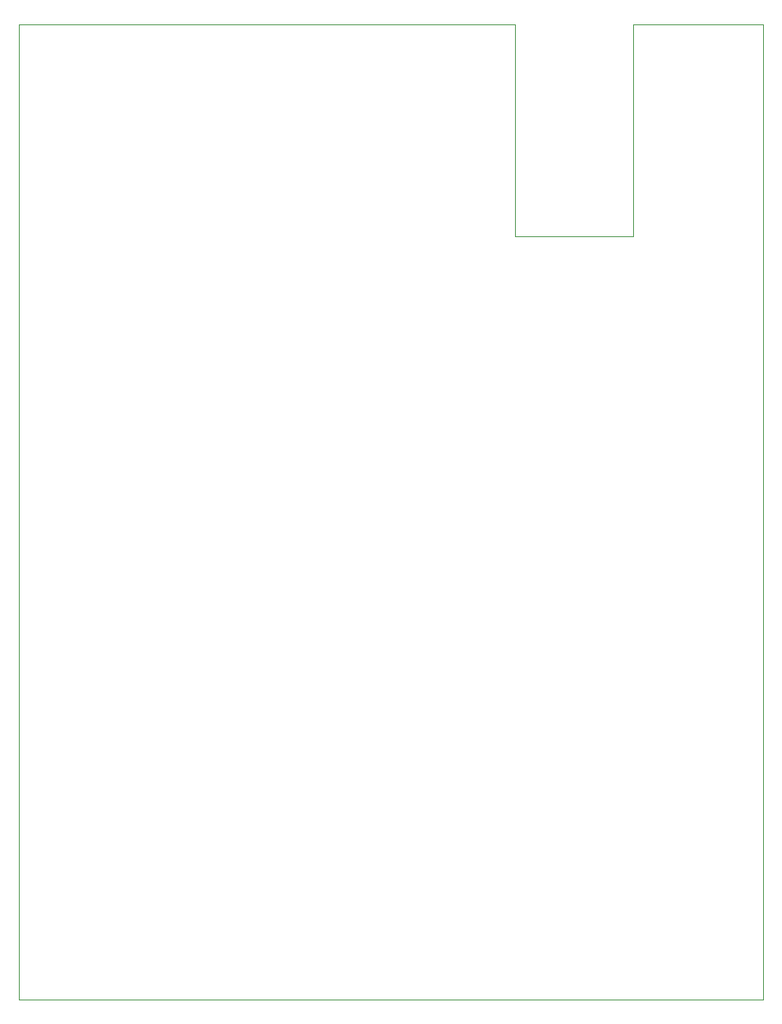
<source format=gbr>
%TF.GenerationSoftware,KiCad,Pcbnew,(5.1.9-0-10_14)*%
%TF.CreationDate,2021-03-18T20:01:27-04:00*%
%TF.ProjectId,T9_Cad,54395f43-6164-42e6-9b69-6361645f7063,rev?*%
%TF.SameCoordinates,Original*%
%TF.FileFunction,Profile,NP*%
%FSLAX46Y46*%
G04 Gerber Fmt 4.6, Leading zero omitted, Abs format (unit mm)*
G04 Created by KiCad (PCBNEW (5.1.9-0-10_14)) date 2021-03-18 20:01:27*
%MOMM*%
%LPD*%
G01*
G04 APERTURE LIST*
%TA.AperFunction,Profile*%
%ADD10C,0.050000*%
%TD*%
G04 APERTURE END LIST*
D10*
X194310000Y-42545000D02*
X208280000Y-42545000D01*
X194310000Y-65278000D02*
X194310000Y-42545000D01*
X181610000Y-65278000D02*
X194310000Y-65278000D01*
X181610000Y-42545000D02*
X181610000Y-65278000D01*
X128270000Y-147320000D02*
X128270000Y-42545000D01*
X208280000Y-147320000D02*
X128270000Y-147320000D01*
X208280000Y-42545000D02*
X208280000Y-147320000D01*
X128270000Y-42545000D02*
X181610000Y-42545000D01*
M02*

</source>
